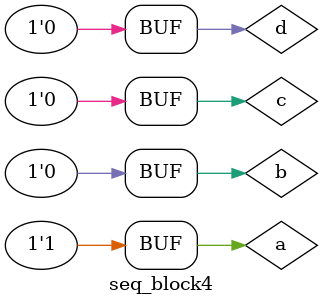
<source format=v>
module seq_block4;
reg a,b,c,d;
initial begin
	a=1'b1;
	case(a)
	    0:b=1;
	    1:b=0;
	endcase
	begin:sub_begin
		c=8'hA2;
		d=6'o12;
	end
	end
endmodule

</source>
